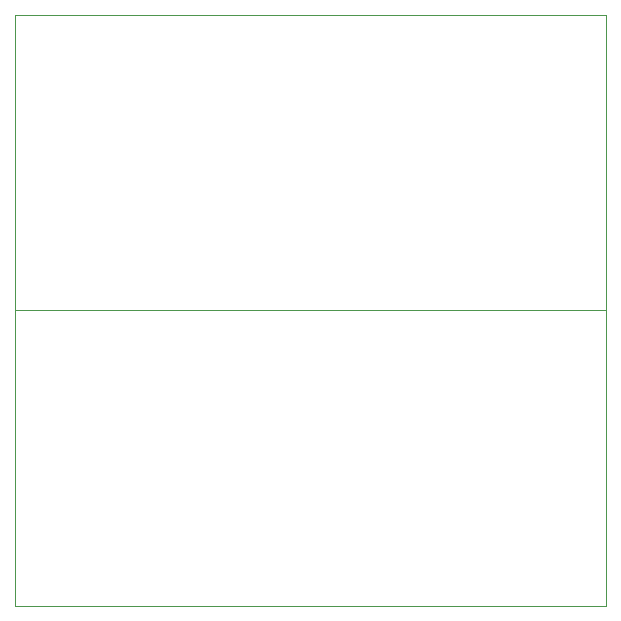
<source format=gbr>
%TF.GenerationSoftware,KiCad,Pcbnew,(5.1.10)-1*%
%TF.CreationDate,2022-01-18T18:17:05+07:00*%
%TF.ProjectId,Power_manager_v3_pnlz1x2,506f7765-725f-46d6-916e-616765725f76,rev?*%
%TF.SameCoordinates,Original*%
%TF.FileFunction,Profile,NP*%
%FSLAX46Y46*%
G04 Gerber Fmt 4.6, Leading zero omitted, Abs format (unit mm)*
G04 Created by KiCad (PCBNEW (5.1.10)-1) date 2022-01-18 18:17:05*
%MOMM*%
%LPD*%
G01*
G04 APERTURE LIST*
%TA.AperFunction,Profile*%
%ADD10C,0.100000*%
%TD*%
G04 APERTURE END LIST*
D10*
X110000000Y-76000000D02*
X110000000Y-101000000D01*
X60000000Y-101000000D02*
X110000000Y-101000000D01*
X60000000Y-76000000D02*
X60000000Y-101000000D01*
X110000000Y-76000000D02*
X60000000Y-76000000D01*
X60000000Y-51000000D02*
X60000000Y-76000000D01*
X110000000Y-51000000D02*
X60000000Y-51000000D01*
X110000000Y-51000000D02*
X110000000Y-76000000D01*
X60000000Y-76000000D02*
X110000000Y-76000000D01*
M02*

</source>
